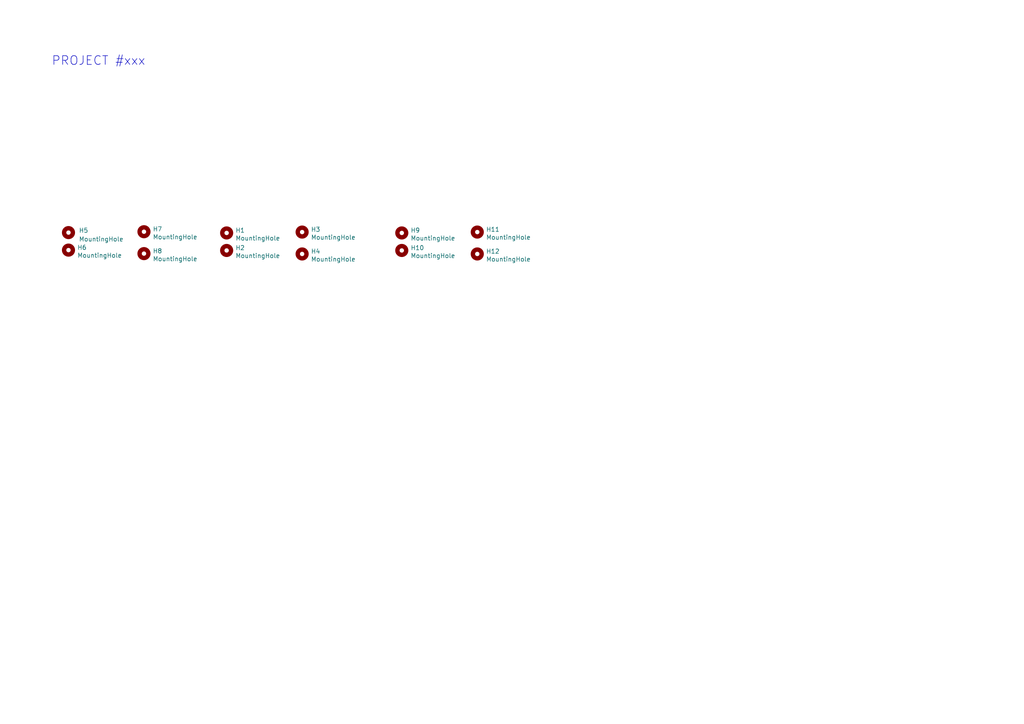
<source format=kicad_sch>
(kicad_sch (version 20230121) (generator eeschema)
  (paper "A4")
  (lib_symbols
    (symbol "Mechanical:MountingHole" (pin_names (offset 1.016))
      (property "Reference" "H" (at 0 5.08 0))
      (property "Value" "MountingHole" (at 0 3.175 0))
      (symbol "MountingHole_0_1"
        (circle (center 0 0) (radius 1.27) (stroke (width 1.27)))
      )
    )
  )
  (text "PROJECT #xxx" (at 14.9352 19.2532 0) (effects (font (size 2.54 2.54)) (justify left bottom)))
  (symbol (lib_id "Mechanical:MountingHole") (at 87.63 73.66 0) (unit 1)
    (property "Reference" "H4" (at 90.1701 72.8991 0) (effects (justify left)))
    (property "Value" "MountingHole" (at 90.1701 75.1978 0) (effects (justify left)))
    (property "Footprint" "footprint:M2_Hole" (effects hide))
  )
  (symbol (lib_id "Mechanical:MountingHole") (at 41.7576 67.2084 0) (unit 1)
    (property "Reference" "H7" (at 44.2977 66.4475 0) (effects (justify left)))
    (property "Value" "MountingHole" (at 44.2977 68.7462 0) (effects (justify left)))
    (property "Footprint" "footprint:M2_Hole" (effects hide))
  )
  (symbol (lib_id "Mechanical:MountingHole") (at 116.5352 72.644 0) (unit 1)
    (property "Reference" "H10" (at 119.0753 71.8831 0) (effects (justify left)))
    (property "Value" "MountingHole" (at 119.0753 74.1818 0) (effects (justify left)))
    (property "Footprint" "footprint:M2_Hole" (effects hide))
  )
  (symbol (lib_id "Mechanical:MountingHole") (at 138.43 73.66 0) (unit 1)
    (property "Reference" "H12" (at 140.9701 72.8991 0) (effects (justify left)))
    (property "Value" "MountingHole" (at 140.9701 75.1978 0) (effects (justify left)))
    (property "Footprint" "footprint:M2_Hole" (effects hide))
  )
  (symbol (lib_id "Mechanical:MountingHole") (at 19.8628 72.5424 0) (unit 1)
    (property "Reference" "H6" (at 22.4029 71.7815 0) (effects (justify left)))
    (property "Value" "MountingHole" (at 22.4029 74.0802 0) (effects (justify left)))
    (property "Footprint" "footprint:M2_Hole" (effects hide))
  )
  (symbol (lib_id "Mechanical:MountingHole") (at 138.43 67.31 0) (unit 1)
    (property "Reference" "H11" (at 140.9701 66.5491 0) (effects (justify left)))
    (property "Value" "MountingHole" (at 140.9701 68.8478 0) (effects (justify left)))
    (property "Footprint" "footprint:M2_Hole" (effects hide))
  )
  (symbol (lib_id "Mechanical:MountingHole") (at 19.8628 67.4624 0) (unit 1)
    (property "Reference" "H5" (at 22.86 66.8274 0) (effects (justify left)))
    (property "Value" "MountingHole" (at 22.86 69.3674 0) (effects (justify left)))
    (property "Footprint" "footprint:M2_Hole" (effects hide))
  )
  (symbol (lib_id "Mechanical:MountingHole") (at 65.7352 67.564 0) (unit 1)
    (property "Reference" "H1" (at 68.2753 66.8031 0) (effects (justify left)))
    (property "Value" "MountingHole" (at 68.2753 69.1018 0) (effects (justify left)))
    (property "Footprint" "footprint:M2_Hole" (effects hide))
  )
  (symbol (lib_id "Mechanical:MountingHole") (at 116.5352 67.564 0) (unit 1)
    (property "Reference" "H9" (at 119.0753 66.8031 0) (effects (justify left)))
    (property "Value" "MountingHole" (at 119.0753 69.1018 0) (effects (justify left)))
    (property "Footprint" "footprint:M2_Hole" (effects hide))
  )
  (symbol (lib_id "Mechanical:MountingHole") (at 87.63 67.31 0) (unit 1)
    (property "Reference" "H3" (at 90.1701 66.5491 0) (effects (justify left)))
    (property "Value" "MountingHole" (at 90.1701 68.8478 0) (effects (justify left)))
    (property "Footprint" "footprint:M2_Hole" (effects hide))
  )
  (symbol (lib_id "Mechanical:MountingHole") (at 65.7352 72.644 0) (unit 1)
    (property "Reference" "H2" (at 68.2753 71.8831 0) (effects (justify left)))
    (property "Value" "MountingHole" (at 68.2753 74.1818 0) (effects (justify left)))
    (property "Footprint" "footprint:M2_Hole" (effects hide))
  )
  (symbol (lib_id "Mechanical:MountingHole") (at 41.7576 73.5584 0) (unit 1)
    (property "Reference" "H8" (at 44.2977 72.7975 0) (effects (justify left)))
    (property "Value" "MountingHole" (at 44.2977 75.0962 0) (effects (justify left)))
    (property "Footprint" "footprint:M2_Hole" (effects hide))
  )
)
</source>
